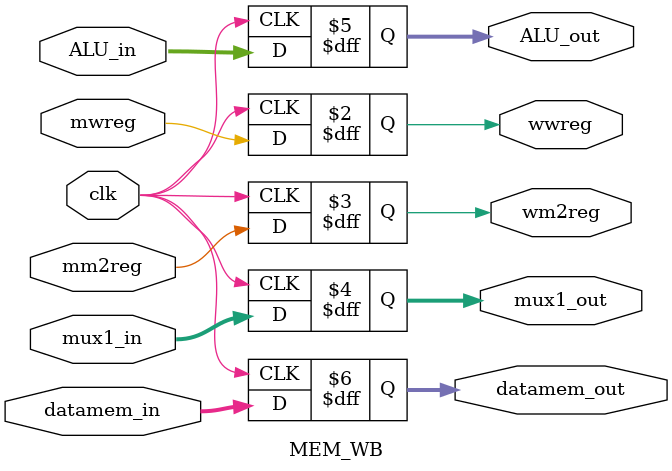
<source format=v>
`timescale 1ns / 1ps

module MEM_WB(
    input clk,
    input mwreg,
    input mm2reg,
    input [4:0] mux1_in,
    input [31:0] ALU_in,
    input [31:0] datamem_in,
    output reg wwreg,
    output reg wm2reg,
    output reg [4:0] mux1_out,
    output reg [31:0] ALU_out,
    output reg [31:0] datamem_out
    );
    
    always @(negedge clk)
    begin
        wwreg = mwreg;
        wm2reg = mm2reg;
        mux1_out = mux1_in;
        ALU_out = ALU_in;
        datamem_out = datamem_in;
    
    end
endmodule


</source>
